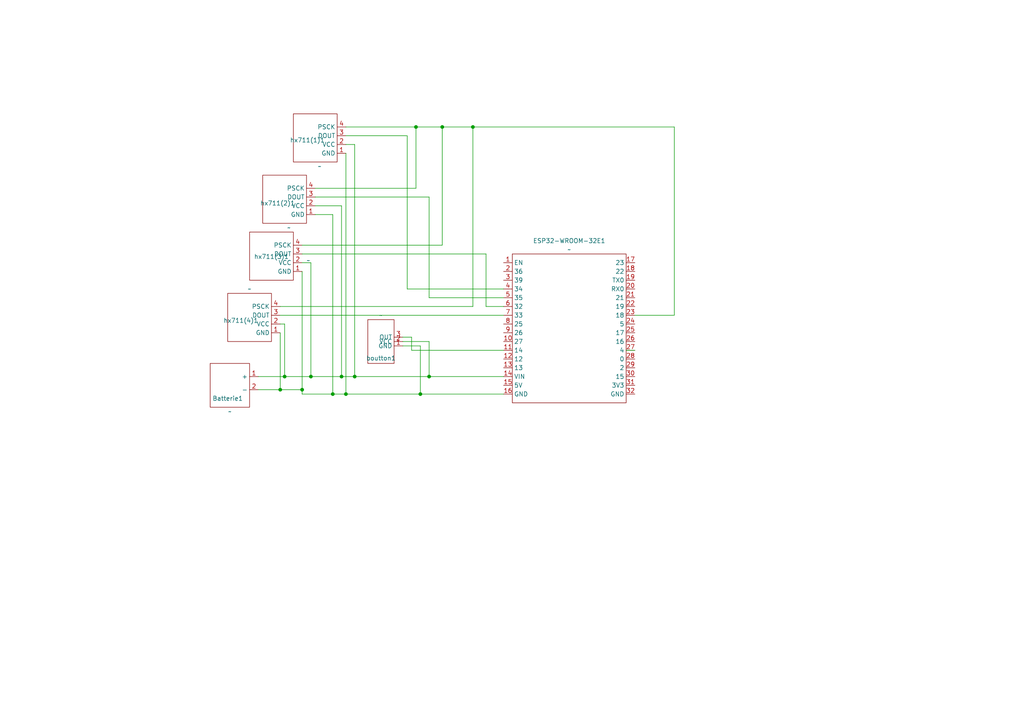
<source format=kicad_sch>
(kicad_sch (version 20231120) (generator "eeschema") (generator_version "8.0")
  (paper "A4")
  (title_block (title "Emetteur") (date "2025-10-21"))
  (lib_symbols
    (symbol "broche_1"
      (property "Reference" "broche1" (at -6.35 -1.2701 0))
      (property "Value" "~" (at -6.35 0.635 0))
      (symbol "broche_1_0_1"
        (rectangle (start -2.54 6.35) (end 10.16 -7.62))
      )
      (symbol "broche_1_1_1"
        (pin bidirectional line (at -5.08 3.81 0) (length 2.54) (name "GND") (number "1"))
        (pin bidirectional line (at -5.08 1.27 0) (length 2.54) (name "VCC") (number "2"))
        (pin bidirectional line (at -5.08 -1.27 0) (length 2.54) (name "DOUT") (number "3"))
        (pin bidirectional line (at -5.08 -3.81 0) (length 2.54) (name "PSCK") (number "4"))
      )
    )
    (symbol "broche_2"
      (property "Reference" "broche2" (at -6.35 -1.2701 0))
      (property "Value" "~" (at -6.35 0.635 0))
      (symbol "broche_2_0_1"
        (rectangle (start -2.54 6.35) (end 10.16 -7.62))
      )
      (symbol "broche_2_1_1"
        (pin bidirectional line (at -5.08 3.81 0) (length 2.54) (name "GND") (number "1"))
        (pin bidirectional line (at -5.08 1.27 0) (length 2.54) (name "VCC") (number "2"))
        (pin bidirectional line (at -5.08 -1.27 0) (length 2.54) (name "DOUT") (number "3"))
        (pin bidirectional line (at -5.08 -3.81 0) (length 2.54) (name "PSCK") (number "4"))
      )
    )
    (symbol "broche_3"
      (property "Reference" "broche3" (at 2.54 10.16 0))
      (property "Value" "~" (at 2.54 7.62 0))
      (symbol "broche_3_0_1"
        (rectangle (start -2.54 6.35) (end 10.16 -7.62))
      )
      (symbol "broche_3_1_1"
        (pin bidirectional line (at -5.08 3.81 0) (length 2.54) (name "GND") (number "1"))
        (pin bidirectional line (at -5.08 1.27 0) (length 2.54) (name "VCC") (number "2"))
        (pin bidirectional line (at -5.08 -1.27 0) (length 2.54) (name "DOUT") (number "3"))
        (pin bidirectional line (at -5.08 -3.81 0) (length 2.54) (name "PSCK") (number "4"))
      )
    )
    (symbol "extensions:Broche_Double"
      (property "Reference" "B2" (at 0 0 0))
      (symbol "Broche_Double_0_1"
        (rectangle (start -6.35 6.35) (end 5.08 -6.35))
      )
      (symbol "Broche_Double_1_1"
        (pin bidirectional line (at -8.89 2.54 0) (length 2.54) (name "+") (number "1"))
        (pin bidirectional line (at -8.89 -1.27 0) (length 2.54) (name "-") (number "2"))
      )
    )
    (symbol "extensions:ESP32WROOM32E"
      (property "Reference" "ESP32-WROOM-32E" (at 0.508 0 90))
      (symbol "ESP32WROOM32E_0_1"
        (rectangle (start -16.51 20.32) (end 16.51 -22.86))
      )
      (symbol "ESP32WROOM32E_1_1"
        (pin input line (at -19.05 17.78 0) (length 2.54) (name "EN") (number "1"))
        (pin bidirectional line (at -19.05 -5.08 0) (length 2.54) (name "27") (number "10"))
        (pin bidirectional line (at -19.05 -7.62 0) (length 2.54) (name "14") (number "11"))
        (pin bidirectional line (at -19.05 -10.16 0) (length 2.54) (name "12") (number "12"))
        (pin bidirectional line (at -19.05 -12.7 0) (length 2.54) (name "13") (number "13"))
        (pin input line (at -19.05 -15.24 0) (length 2.54) (name "VIN") (number "14"))
        (pin power_out line (at -19.05 -17.78 0) (length 2.54) (name "5V") (number "15"))
        (pin power_out line (at -19.05 -20.32 0) (length 2.54) (name "GND") (number "16"))
        (pin bidirectional line (at 19.05 17.78 180) (length 2.54) (name "23") (number "17"))
        (pin bidirectional line (at 19.05 15.24 180) (length 2.54) (name "22") (number "18"))
        (pin bidirectional line (at 19.05 12.7 180) (length 2.54) (name "TX0") (number "19"))
        (pin input line (at -19.05 15.24 0) (length 2.54) (name "36") (number "2"))
        (pin bidirectional line (at 19.05 10.16 180) (length 2.54) (name "RX0") (number "20"))
        (pin bidirectional line (at 19.05 7.62 180) (length 2.54) (name "21") (number "21"))
        (pin bidirectional line (at 19.05 5.08 180) (length 2.54) (name "19") (number "22"))
        (pin bidirectional line (at 19.05 2.54 180) (length 2.54) (name "18") (number "23"))
        (pin bidirectional line (at 19.05 0 180) (length 2.54) (name "5") (number "24"))
        (pin bidirectional line (at 19.05 -2.54 180) (length 2.54) (name "17") (number "25"))
        (pin bidirectional line (at 19.05 -5.08 180) (length 2.54) (name "16") (number "26"))
        (pin bidirectional line (at 19.05 -7.62 180) (length 2.54) (name "4") (number "27"))
        (pin bidirectional line (at 19.05 -10.16 180) (length 2.54) (name "0") (number "28"))
        (pin bidirectional line (at 19.05 -12.7 180) (length 2.54) (name "2") (number "29"))
        (pin bidirectional line (at -19.05 12.7 0) (length 2.54) (name "39") (number "3"))
        (pin bidirectional line (at 19.05 -15.24 180) (length 2.54) (name "15") (number "30"))
        (pin bidirectional line (at 19.05 -17.78 180) (length 2.54) (name "3V3") (number "31"))
        (pin power_out line (at 19.05 -20.32 180) (length 2.54) (name "GND") (number "32"))
        (pin bidirectional line (at -19.05 10.16 0) (length 2.54) (name "34") (number "4"))
        (pin bidirectional line (at -19.05 7.62 0) (length 2.54) (name "35") (number "5"))
        (pin output line (at -19.05 5.08 0) (length 2.54) (name "32") (number "6"))
        (pin bidirectional line (at -19.05 2.54 0) (length 2.54) (name "33") (number "7"))
        (pin bidirectional line (at -19.05 0 0) (length 2.54) (name "25") (number "8"))
        (pin bidirectional line (at -19.05 -2.54 0) (length 2.54) (name "26") (number "9"))
      )
    )
    (symbol "extensions:broche"
      (property "Reference" "broche4" (at 2.54 10.16 0))
      (property "Value" "~" (at 2.54 7.62 0))
      (symbol "broche_0_1"
        (rectangle (start -2.54 6.35) (end 10.16 -7.62))
      )
      (symbol "broche_1_1"
        (pin bidirectional line (at -5.08 3.81 0) (length 2.54) (name "GND") (number "1"))
        (pin bidirectional line (at -5.08 1.27 0) (length 2.54) (name "VCC") (number "2"))
        (pin bidirectional line (at -5.08 -1.27 0) (length 2.54) (name "DOUT") (number "3"))
        (pin bidirectional line (at -5.08 -3.81 0) (length 2.54) (name "PSCK") (number "4"))
      )
    )
    (symbol "extensions:broche_tri"
      (property "Reference" "b2" (at 0.9525 -5.08 0))
      (property "Value" "~" (at 0.9525 -3.81 0))
      (symbol "broche_tri_0_1"
        (rectangle (start -1.27 6.35) (end 6.35 -6.35))
      )
      (symbol "broche_tri_1_1"
        (pin bidirectional line (at -3.81 1.27 0) (length 2.54) (name "GND") (number "1"))
        (pin bidirectional line (at -3.81 0 0) (length 2.54) (name "VCC") (number "2"))
        (pin bidirectional line (at -3.81 -1.27 0) (length 2.54) (name "OUT") (number "3"))
      )
    )
  )
  (junction (at 121.92 114.3))
  (junction (at 99.06 109.22))
  (junction (at 102.87 109.22))
  (junction (at 90.17 109.22))
  (junction (at 81.28 113.03))
  (junction (at 120.65 36.83))
  (junction (at 96.52 114.3))
  (junction (at 100.33 114.3))
  (junction (at 124.46 109.22))
  (junction (at 87.63 113.03))
  (junction (at 137.16 36.83))
  (junction (at 82.55 109.22))
  (junction (at 128.27 36.83))
  (wire (pts (xy 118.11 39.37) (xy 118.11 83.82)))
  (wire (pts (xy 100.33 114.3) (xy 121.92 114.3)))
  (wire (pts (xy 91.44 59.69) (xy 99.06 59.69)))
  (wire (pts (xy 140.97 88.9) (xy 146.05 88.9)))
  (wire (pts (xy 96.52 62.23) (xy 96.52 114.3)))
  (wire (pts (xy 121.92 114.3) (xy 146.05 114.3)))
  (wire (pts (xy 87.63 114.3) (xy 87.63 113.03)))
  (wire (pts (xy 91.44 57.15) (xy 124.46 57.15)))
  (wire (pts (xy 121.92 100.33) (xy 121.92 114.3)))
  (wire (pts (xy 87.63 114.3) (xy 96.52 114.3)))
  (wire (pts (xy 82.55 109.22) (xy 90.17 109.22)))
  (wire (pts (xy 124.46 109.22) (xy 146.05 109.22)))
  (wire (pts (xy 184.15 101.6) (xy 181.61 101.6)))
  (wire (pts (xy 119.38 97.79) (xy 119.38 101.6)))
  (wire (pts (xy 120.65 54.61) (xy 120.65 36.83)))
  (wire (pts (xy 91.44 62.23) (xy 96.52 62.23)))
  (wire (pts (xy 100.33 44.45) (xy 100.33 114.3)))
  (wire (pts (xy 87.63 71.12) (xy 128.27 71.12)))
  (wire (pts (xy 96.52 114.3) (xy 100.33 114.3)))
  (wire (pts (xy 74.93 113.03) (xy 81.28 113.03)))
  (wire (pts (xy 140.97 73.66) (xy 140.97 88.9)))
  (wire (pts (xy 99.06 109.22) (xy 102.87 109.22)))
  (wire (pts (xy 120.65 36.83) (xy 100.33 36.83)))
  (wire (pts (xy 81.28 96.52) (xy 81.28 113.03)))
  (wire (pts (xy 118.11 83.82) (xy 146.05 83.82)))
  (wire (pts (xy 116.84 99.06) (xy 124.46 99.06)))
  (wire (pts (xy 87.63 76.2) (xy 90.17 76.2)))
  (wire (pts (xy 81.28 88.9) (xy 137.16 88.9)))
  (wire (pts (xy 81.28 93.98) (xy 82.55 93.98)))
  (wire (pts (xy 100.33 41.91) (xy 102.87 41.91)))
  (wire (pts (xy 90.17 76.2) (xy 90.17 109.22)))
  (wire (pts (xy 87.63 78.74) (xy 87.63 113.03)))
  (wire (pts (xy 74.93 109.22) (xy 82.55 109.22)))
  (wire (pts (xy 128.27 71.12) (xy 128.27 36.83)))
  (wire (pts (xy 87.63 73.66) (xy 140.97 73.66)))
  (wire (pts (xy 100.33 39.37) (xy 118.11 39.37)))
  (wire (pts (xy 81.28 113.03) (xy 87.63 113.03)))
  (wire (pts (xy 119.38 101.6) (xy 146.05 101.6)))
  (wire (pts (xy 195.58 91.44) (xy 195.58 36.83)))
  (wire (pts (xy 82.55 93.98) (xy 82.55 109.22)))
  (wire (pts (xy 81.28 91.44) (xy 146.05 91.44)))
  (wire (pts (xy 102.87 41.91) (xy 102.87 109.22)))
  (wire (pts (xy 195.58 36.83) (xy 137.16 36.83)))
  (wire (pts (xy 116.84 97.79) (xy 119.38 97.79)))
  (wire (pts (xy 91.44 54.61) (xy 120.65 54.61)))
  (wire (pts (xy 124.46 99.06) (xy 124.46 109.22)))
  (wire (pts (xy 124.46 57.15) (xy 124.46 86.36)))
  (wire (pts (xy 90.17 109.22) (xy 99.06 109.22)))
  (wire (pts (xy 184.15 91.44) (xy 195.58 91.44)))
  (wire (pts (xy 137.16 36.83) (xy 128.27 36.83)))
  (wire (pts (xy 128.27 36.83) (xy 120.65 36.83)))
  (wire (pts (xy 124.46 86.36) (xy 146.05 86.36)))
  (wire (pts (xy 137.16 88.9) (xy 137.16 36.83)))
  (wire (pts (xy 102.87 109.22) (xy 124.46 109.22)))
  (wire (pts (xy 99.06 59.69) (xy 99.06 109.22)))
  (wire (pts (xy 116.84 100.33) (xy 121.92 100.33)))
  (symbol (lib_id "extensions:ESP32WROOM32E") (at 165.1 93.98 0) (unit 1)
    (property "Reference" "ESP32-WROOM-32E1" (at 165.1 69.85 0))
    (property "Value" "~" (at 165.1 72.39 0))
    (property "Footprint" "Library:ESP32_DevKit_38pin_v2" (effects (hide yes)))
  )
  (symbol (lib_id "extensions:broche_tri") (at 113.03 99.06 180) (unit 1)
    (property "Reference" "boutton1" (at 110.49 103.886 0))
    (property "Value" "~" (at 110.49 91.44 0))
    (property "Footprint" "Library:broche_tri" (effects (hide yes)))
  )
  (symbol (lib_name "broche_1") (lib_id "extensions:broche") (at 82.55 74.93 180) (unit 1)
    (property "Reference" "hx711(3)1" (at 73.66 74.422 0) (effects (justify right)))
    (property "Value" "~" (at 88.9 75.565 0) (effects (justify right)))
    (property "Footprint" "Library:TerminalBlock" (effects (hide yes)))
  )
  (symbol (lib_id "extensions:broche") (at 86.36 58.42 180) (unit 1)
    (property "Reference" "hx711(2)1" (at 80.518 58.928 0))
    (property "Value" "~" (at 83.82 66.04 0))
    (property "Footprint" "Library:TerminalBlock" (effects (hide yes)))
  )
  (symbol (lib_name "broche_2") (lib_id "extensions:broche") (at 76.2 92.71 180) (unit 1)
    (property "Reference" "hx711(4)1" (at 69.85 92.964 0))
    (property "Value" "~" (at 72.39 83.82 0))
    (property "Footprint" "Library:TerminalBlock" (effects (hide yes)))
  )
  (symbol (lib_name "broche_3") (lib_id "extensions:broche") (at 95.25 40.64 180) (unit 1)
    (property "Reference" "hx711(1)1" (at 89.154 40.64 0))
    (property "Value" "~" (at 92.71 48.26 0))
    (property "Footprint" "Library:TerminalBlock" (effects (hide yes)))
  )
  (symbol (lib_id "extensions:Broche_Double") (at 66.04 111.76 0) (mirror y) (unit 1)
    (property "Reference" "Batterie1" (at 66.04 115.57 0))
    (property "Value" "~" (at 66.675 119.38 0))
    (property "Footprint" "Library:broche_double" (effects (hide yes)))
  )
)
</source>
